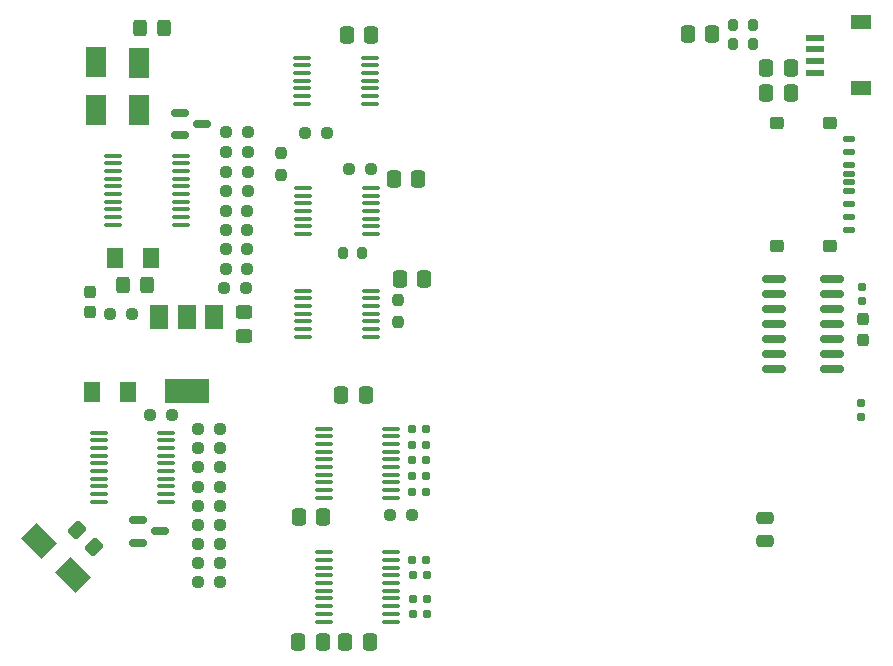
<source format=gbr>
%TF.GenerationSoftware,KiCad,Pcbnew,7.0.8-7.0.8~ubuntu22.04.1*%
%TF.CreationDate,2023-10-31T08:05:55-06:00*%
%TF.ProjectId,PowerBook,506f7765-7242-46f6-9f6b-2e6b69636164,rev?*%
%TF.SameCoordinates,Original*%
%TF.FileFunction,Paste,Top*%
%TF.FilePolarity,Positive*%
%FSLAX46Y46*%
G04 Gerber Fmt 4.6, Leading zero omitted, Abs format (unit mm)*
G04 Created by KiCad (PCBNEW 7.0.8-7.0.8~ubuntu22.04.1) date 2023-10-31 08:05:55*
%MOMM*%
%LPD*%
G01*
G04 APERTURE LIST*
G04 Aperture macros list*
%AMRoundRect*
0 Rectangle with rounded corners*
0 $1 Rounding radius*
0 $2 $3 $4 $5 $6 $7 $8 $9 X,Y pos of 4 corners*
0 Add a 4 corners polygon primitive as box body*
4,1,4,$2,$3,$4,$5,$6,$7,$8,$9,$2,$3,0*
0 Add four circle primitives for the rounded corners*
1,1,$1+$1,$2,$3*
1,1,$1+$1,$4,$5*
1,1,$1+$1,$6,$7*
1,1,$1+$1,$8,$9*
0 Add four rect primitives between the rounded corners*
20,1,$1+$1,$2,$3,$4,$5,0*
20,1,$1+$1,$4,$5,$6,$7,0*
20,1,$1+$1,$6,$7,$8,$9,0*
20,1,$1+$1,$8,$9,$2,$3,0*%
%AMRotRect*
0 Rectangle, with rotation*
0 The origin of the aperture is its center*
0 $1 length*
0 $2 width*
0 $3 Rotation angle, in degrees counterclockwise*
0 Add horizontal line*
21,1,$1,$2,0,0,$3*%
G04 Aperture macros list end*
%ADD10RoundRect,0.250001X0.462499X0.624999X-0.462499X0.624999X-0.462499X-0.624999X0.462499X-0.624999X0*%
%ADD11R,1.500000X2.000000*%
%ADD12R,3.800000X2.000000*%
%ADD13RoundRect,0.250000X0.325000X0.450000X-0.325000X0.450000X-0.325000X-0.450000X0.325000X-0.450000X0*%
%ADD14RoundRect,0.250000X0.450000X-0.325000X0.450000X0.325000X-0.450000X0.325000X-0.450000X-0.325000X0*%
%ADD15RoundRect,0.250000X0.548008X0.088388X0.088388X0.548008X-0.548008X-0.088388X-0.088388X-0.548008X0*%
%ADD16R,1.800000X2.500000*%
%ADD17RoundRect,0.160000X0.197500X0.160000X-0.197500X0.160000X-0.197500X-0.160000X0.197500X-0.160000X0*%
%ADD18RoundRect,0.237500X-0.250000X-0.237500X0.250000X-0.237500X0.250000X0.237500X-0.250000X0.237500X0*%
%ADD19RoundRect,0.100000X-0.637500X-0.100000X0.637500X-0.100000X0.637500X0.100000X-0.637500X0.100000X0*%
%ADD20RoundRect,0.250000X0.337500X0.475000X-0.337500X0.475000X-0.337500X-0.475000X0.337500X-0.475000X0*%
%ADD21RoundRect,0.250000X-0.337500X-0.475000X0.337500X-0.475000X0.337500X0.475000X-0.337500X0.475000X0*%
%ADD22RoundRect,0.160000X-0.160000X0.197500X-0.160000X-0.197500X0.160000X-0.197500X0.160000X0.197500X0*%
%ADD23RoundRect,0.100000X0.637500X0.100000X-0.637500X0.100000X-0.637500X-0.100000X0.637500X-0.100000X0*%
%ADD24RoundRect,0.237500X-0.237500X0.287500X-0.237500X-0.287500X0.237500X-0.287500X0.237500X0.287500X0*%
%ADD25RoundRect,0.200000X-0.200000X-0.275000X0.200000X-0.275000X0.200000X0.275000X-0.200000X0.275000X0*%
%ADD26RoundRect,0.150000X-0.587500X-0.150000X0.587500X-0.150000X0.587500X0.150000X-0.587500X0.150000X0*%
%ADD27RoundRect,0.237500X0.237500X-0.287500X0.237500X0.287500X-0.237500X0.287500X-0.237500X-0.287500X0*%
%ADD28RoundRect,0.250000X-0.475000X0.250000X-0.475000X-0.250000X0.475000X-0.250000X0.475000X0.250000X0*%
%ADD29RoundRect,0.200000X0.200000X0.275000X-0.200000X0.275000X-0.200000X-0.275000X0.200000X-0.275000X0*%
%ADD30RoundRect,0.237500X0.250000X0.237500X-0.250000X0.237500X-0.250000X-0.237500X0.250000X-0.237500X0*%
%ADD31RotRect,2.500000X1.800000X135.000000*%
%ADD32RoundRect,0.125000X-0.415000X0.125000X-0.415000X-0.125000X0.415000X-0.125000X0.415000X0.125000X0*%
%ADD33RoundRect,0.262500X-0.337500X0.262500X-0.337500X-0.262500X0.337500X-0.262500X0.337500X0.262500X0*%
%ADD34R,1.550000X0.600000*%
%ADD35R,1.800000X1.200000*%
%ADD36RoundRect,0.150000X0.825000X0.150000X-0.825000X0.150000X-0.825000X-0.150000X0.825000X-0.150000X0*%
%ADD37RoundRect,0.237500X0.237500X-0.250000X0.237500X0.250000X-0.237500X0.250000X-0.237500X-0.250000X0*%
G04 APERTURE END LIST*
D10*
%TO.C,C3*%
X112993500Y-93345000D03*
X110018500Y-93345000D03*
%TD*%
%TO.C,C4*%
X111052000Y-104673400D03*
X108077000Y-104673400D03*
%TD*%
D11*
%TO.C,U3*%
X118350120Y-98299320D03*
X116050120Y-98299320D03*
D12*
X116050120Y-104599320D03*
D11*
X113750120Y-98299320D03*
%TD*%
D13*
%TO.C,C2*%
X112717800Y-95631000D03*
X110667800Y-95631000D03*
%TD*%
D14*
%TO.C,C5*%
X120919000Y-99941600D03*
X120919000Y-97891600D03*
%TD*%
D15*
%TO.C,C6*%
X108242984Y-117818784D03*
X106793416Y-116369216D03*
%TD*%
D16*
%TO.C,D1*%
X112014000Y-76809600D03*
X112014000Y-80809600D03*
%TD*%
D17*
%TO.C,R42*%
X136385900Y-123469400D03*
X135190900Y-123469400D03*
%TD*%
D18*
%TO.C,R39*%
X117039400Y-115951000D03*
X118864400Y-115951000D03*
%TD*%
D17*
%TO.C,R16*%
X136349600Y-113106200D03*
X135154600Y-113106200D03*
%TD*%
D19*
%TO.C,U2*%
X109837300Y-84654200D03*
X109837300Y-85304200D03*
X109837300Y-85954200D03*
X109837300Y-86604200D03*
X109837300Y-87254200D03*
X109837300Y-87904200D03*
X109837300Y-88554200D03*
X109837300Y-89204200D03*
X109837300Y-89854200D03*
X109837300Y-90504200D03*
X115562300Y-90504200D03*
X115562300Y-89854200D03*
X115562300Y-89204200D03*
X115562300Y-88554200D03*
X115562300Y-87904200D03*
X115562300Y-87254200D03*
X115562300Y-86604200D03*
X115562300Y-85954200D03*
X115562300Y-85304200D03*
X115562300Y-84654200D03*
%TD*%
D18*
%TO.C,R4*%
X119354600Y-92608400D03*
X121179600Y-92608400D03*
%TD*%
%TO.C,R33*%
X117014000Y-111048800D03*
X118839000Y-111048800D03*
%TD*%
%TO.C,R36*%
X117045100Y-120802400D03*
X118870100Y-120802400D03*
%TD*%
D20*
%TO.C,C12*%
X167200400Y-79400400D03*
X165125400Y-79400400D03*
%TD*%
D18*
%TO.C,R5*%
X119354600Y-90982800D03*
X121179600Y-90982800D03*
%TD*%
%TO.C,R35*%
X117017800Y-107848400D03*
X118842800Y-107848400D03*
%TD*%
%TO.C,R1*%
X117045100Y-112699800D03*
X118870100Y-112699800D03*
%TD*%
D21*
%TO.C,C1*%
X158478400Y-74396600D03*
X160553400Y-74396600D03*
%TD*%
D20*
%TO.C,C8*%
X127584200Y-125806200D03*
X125509200Y-125806200D03*
%TD*%
D18*
%TO.C,R38*%
X117043200Y-117551200D03*
X118868200Y-117551200D03*
%TD*%
D17*
%TO.C,R17*%
X136348400Y-118922800D03*
X135153400Y-118922800D03*
%TD*%
D18*
%TO.C,R9*%
X119407300Y-87680800D03*
X121232300Y-87680800D03*
%TD*%
D17*
%TO.C,R13*%
X136349600Y-109194600D03*
X135154600Y-109194600D03*
%TD*%
D20*
%TO.C,C7*%
X167182800Y-77266800D03*
X165107800Y-77266800D03*
%TD*%
D18*
%TO.C,R40*%
X117043200Y-114325400D03*
X118868200Y-114325400D03*
%TD*%
D22*
%TO.C,R57*%
X173126400Y-105574500D03*
X173126400Y-106769500D03*
%TD*%
D23*
%TO.C,U4*%
X133393100Y-124108400D03*
X133393100Y-123458400D03*
X133393100Y-122808400D03*
X133393100Y-122158400D03*
X133393100Y-121508400D03*
X133393100Y-120858400D03*
X133393100Y-120208400D03*
X133393100Y-119558400D03*
X133393100Y-118908400D03*
X133393100Y-118258400D03*
X127668100Y-118258400D03*
X127668100Y-118908400D03*
X127668100Y-119558400D03*
X127668100Y-120208400D03*
X127668100Y-120858400D03*
X127668100Y-121508400D03*
X127668100Y-122158400D03*
X127668100Y-122808400D03*
X127668100Y-123458400D03*
X127668100Y-124108400D03*
%TD*%
D17*
%TO.C,R18*%
X136373800Y-120192800D03*
X135178800Y-120192800D03*
%TD*%
D24*
%TO.C,D5*%
X107888100Y-96192400D03*
X107888100Y-97942400D03*
%TD*%
D25*
%TO.C,R20*%
X162332400Y-73634600D03*
X163982400Y-73634600D03*
%TD*%
D26*
%TO.C,Q1*%
X115470700Y-81041200D03*
X115470700Y-82941200D03*
X117345700Y-81991200D03*
%TD*%
D21*
%TO.C,C15*%
X129137500Y-104952800D03*
X131212500Y-104952800D03*
%TD*%
D18*
%TO.C,R22*%
X129795900Y-85775800D03*
X131620900Y-85775800D03*
%TD*%
D21*
%TO.C,C14*%
X129594700Y-74447400D03*
X131669700Y-74447400D03*
%TD*%
D19*
%TO.C,U1*%
X108618100Y-108123800D03*
X108618100Y-108773800D03*
X108618100Y-109423800D03*
X108618100Y-110073800D03*
X108618100Y-110723800D03*
X108618100Y-111373800D03*
X108618100Y-112023800D03*
X108618100Y-112673800D03*
X108618100Y-113323800D03*
X108618100Y-113973800D03*
X114343100Y-113973800D03*
X114343100Y-113323800D03*
X114343100Y-112673800D03*
X114343100Y-112023800D03*
X114343100Y-111373800D03*
X114343100Y-110723800D03*
X114343100Y-110073800D03*
X114343100Y-109423800D03*
X114343100Y-108773800D03*
X114343100Y-108123800D03*
%TD*%
D16*
%TO.C,D2*%
X108356400Y-80777600D03*
X108356400Y-76777600D03*
%TD*%
D18*
%TO.C,R3*%
X119356500Y-94234000D03*
X121181500Y-94234000D03*
%TD*%
D17*
%TO.C,R15*%
X136349600Y-111760000D03*
X135154600Y-111760000D03*
%TD*%
D27*
%TO.C,D4*%
X173278800Y-100276600D03*
X173278800Y-98526600D03*
%TD*%
D28*
%TO.C,C16*%
X164998400Y-115382000D03*
X164998400Y-117282000D03*
%TD*%
D29*
%TO.C,R11*%
X163981400Y-75184000D03*
X162331400Y-75184000D03*
%TD*%
D30*
%TO.C,R56*%
X111391400Y-98044000D03*
X109566400Y-98044000D03*
%TD*%
D31*
%TO.C,D3*%
X106417814Y-120133814D03*
X103589386Y-117305386D03*
%TD*%
D18*
%TO.C,R7*%
X119405400Y-84378800D03*
X121230400Y-84378800D03*
%TD*%
D22*
%TO.C,R30*%
X173253400Y-95767500D03*
X173253400Y-96962500D03*
%TD*%
D18*
%TO.C,R8*%
X119407300Y-86055200D03*
X121232300Y-86055200D03*
%TD*%
%TO.C,R2*%
X119254900Y-95910400D03*
X121079900Y-95910400D03*
%TD*%
D32*
%TO.C,SD2*%
X172164000Y-83246600D03*
X172164000Y-84346600D03*
X172164000Y-85446600D03*
X172164000Y-86196600D03*
X172164000Y-86896600D03*
X172164000Y-87646600D03*
X172164000Y-88746600D03*
X172164000Y-89846600D03*
X172164000Y-90946600D03*
D33*
X170524000Y-81871600D03*
X166074000Y-81871600D03*
X170524000Y-92321600D03*
X166074000Y-92321600D03*
%TD*%
D34*
%TO.C,J3*%
X169272200Y-77674600D03*
X169272200Y-76674600D03*
X169272200Y-75674600D03*
X169272200Y-74674600D03*
D35*
X173147200Y-78974600D03*
X173147200Y-73374600D03*
%TD*%
D17*
%TO.C,R12*%
X136348400Y-107772200D03*
X135153400Y-107772200D03*
%TD*%
%TO.C,R19*%
X136399200Y-122224800D03*
X135204200Y-122224800D03*
%TD*%
D21*
%TO.C,C10*%
X129489200Y-125806200D03*
X131564200Y-125806200D03*
%TD*%
D29*
%TO.C,R21*%
X130898400Y-92938600D03*
X129248400Y-92938600D03*
%TD*%
D20*
%TO.C,C9*%
X136165500Y-95097600D03*
X134090500Y-95097600D03*
%TD*%
D36*
%TO.C,U8*%
X170724600Y-102768400D03*
X170724600Y-101498400D03*
X170724600Y-100228400D03*
X170724600Y-98958400D03*
X170724600Y-97688400D03*
X170724600Y-96418400D03*
X170724600Y-95148400D03*
X165774600Y-95148400D03*
X165774600Y-96418400D03*
X165774600Y-97688400D03*
X165774600Y-98958400D03*
X165774600Y-100228400D03*
X165774600Y-101498400D03*
X165774600Y-102768400D03*
%TD*%
D18*
%TO.C,R10*%
X119356500Y-89357200D03*
X121181500Y-89357200D03*
%TD*%
D26*
%TO.C,Q2*%
X111940100Y-115534400D03*
X111940100Y-117434400D03*
X113815100Y-116484400D03*
%TD*%
D18*
%TO.C,R34*%
X117017800Y-109448600D03*
X118842800Y-109448600D03*
%TD*%
D30*
%TO.C,R41*%
X114778800Y-106654600D03*
X112953800Y-106654600D03*
%TD*%
D19*
%TO.C,U7*%
X125940900Y-87407200D03*
X125940900Y-88057200D03*
X125940900Y-88707200D03*
X125940900Y-89357200D03*
X125940900Y-90007200D03*
X125940900Y-90657200D03*
X125940900Y-91307200D03*
X131665900Y-91307200D03*
X131665900Y-90657200D03*
X131665900Y-90007200D03*
X131665900Y-89357200D03*
X131665900Y-88707200D03*
X131665900Y-88057200D03*
X131665900Y-87407200D03*
%TD*%
D18*
%TO.C,R37*%
X117043200Y-119176800D03*
X118868200Y-119176800D03*
%TD*%
D13*
%TO.C,F2*%
X114156600Y-73850000D03*
X112106600Y-73850000D03*
%TD*%
D37*
%TO.C,R23*%
X133985000Y-98751400D03*
X133985000Y-96926400D03*
%TD*%
D18*
%TO.C,R25*%
X133299200Y-115112800D03*
X135124200Y-115112800D03*
%TD*%
D19*
%TO.C,U5*%
X125897800Y-96089400D03*
X125897800Y-96739400D03*
X125897800Y-97389400D03*
X125897800Y-98039400D03*
X125897800Y-98689400D03*
X125897800Y-99339400D03*
X125897800Y-99989400D03*
X131622800Y-99989400D03*
X131622800Y-99339400D03*
X131622800Y-98689400D03*
X131622800Y-98039400D03*
X131622800Y-97389400D03*
X131622800Y-96739400D03*
X131622800Y-96089400D03*
%TD*%
D17*
%TO.C,R14*%
X136349600Y-110464600D03*
X135154600Y-110464600D03*
%TD*%
D23*
%TO.C,U9*%
X133393100Y-113618200D03*
X133393100Y-112968200D03*
X133393100Y-112318200D03*
X133393100Y-111668200D03*
X133393100Y-111018200D03*
X133393100Y-110368200D03*
X133393100Y-109718200D03*
X133393100Y-109068200D03*
X133393100Y-108418200D03*
X133393100Y-107768200D03*
X127668100Y-107768200D03*
X127668100Y-108418200D03*
X127668100Y-109068200D03*
X127668100Y-109718200D03*
X127668100Y-110368200D03*
X127668100Y-111018200D03*
X127668100Y-111668200D03*
X127668100Y-112318200D03*
X127668100Y-112968200D03*
X127668100Y-113618200D03*
%TD*%
D19*
%TO.C,U6*%
X125813900Y-76358200D03*
X125813900Y-77008200D03*
X125813900Y-77658200D03*
X125813900Y-78308200D03*
X125813900Y-78958200D03*
X125813900Y-79608200D03*
X125813900Y-80258200D03*
X131538900Y-80258200D03*
X131538900Y-79608200D03*
X131538900Y-78958200D03*
X131538900Y-78308200D03*
X131538900Y-77658200D03*
X131538900Y-77008200D03*
X131538900Y-76358200D03*
%TD*%
D18*
%TO.C,R6*%
X119405400Y-82702400D03*
X121230400Y-82702400D03*
%TD*%
D20*
%TO.C,C11*%
X127605700Y-115265200D03*
X125530700Y-115265200D03*
%TD*%
%TO.C,C13*%
X135679000Y-86639400D03*
X133604000Y-86639400D03*
%TD*%
D18*
%TO.C,R29*%
X126112900Y-82727800D03*
X127937900Y-82727800D03*
%TD*%
D37*
%TO.C,R28*%
X124053600Y-86280000D03*
X124053600Y-84455000D03*
%TD*%
M02*

</source>
